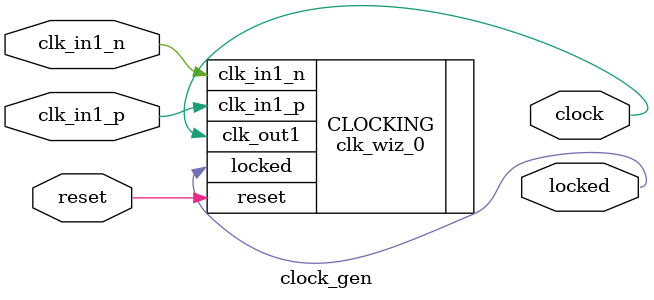
<source format=sv>
module clock_gen (
    input  logic clk_in1_p,
    input  logic clk_in1_n,
    input  logic reset,
    output logic locked,
    output logic clock
);

    // Instance of the clock wizard module
    clk_wiz_0 CLOCKING (
        .clk_in1_p(clk_in1_p),
        .clk_in1_n(clk_in1_n),
        .clk_out1 (clock),      // 100 MHz
        .reset    (reset),
        .locked   (locked)
    );

endmodule

</source>
